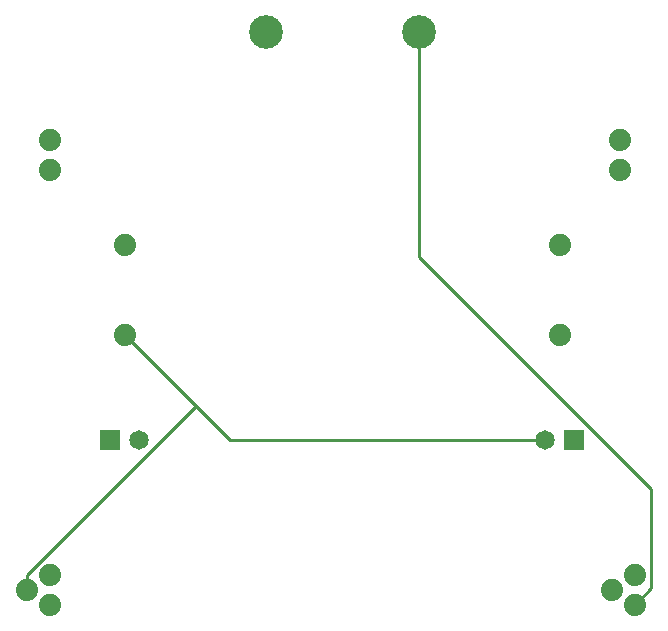
<source format=gbl>
G75*
%MOIN*%
%OFA0B0*%
%FSLAX25Y25*%
%IPPOS*%
%LPD*%
%AMOC8*
5,1,8,0,0,1.08239X$1,22.5*
%
%ADD10C,0.11250*%
%ADD11C,0.06500*%
%ADD12R,0.06500X0.06500*%
%ADD13C,0.07400*%
%ADD14C,0.01000*%
D10*
X0103000Y0227000D03*
X0154000Y0227000D03*
D11*
X0196079Y0091000D03*
X0060921Y0091000D03*
D12*
X0051079Y0091000D03*
X0205921Y0091000D03*
D13*
X0031000Y0036000D03*
X0023500Y0041000D03*
X0031000Y0046000D03*
X0056000Y0126000D03*
X0056000Y0156000D03*
X0031000Y0181000D03*
X0031000Y0191000D03*
X0201000Y0156000D03*
X0221000Y0181000D03*
X0221000Y0191000D03*
X0201000Y0126000D03*
X0226000Y0046000D03*
X0218500Y0041000D03*
X0226000Y0036000D03*
D14*
X0231500Y0041500D01*
X0231500Y0074500D01*
X0154000Y0152000D01*
X0154000Y0227000D01*
X0056000Y0126000D02*
X0079750Y0102250D01*
X0023500Y0046000D01*
X0023500Y0041000D01*
X0079750Y0102250D02*
X0091000Y0091000D01*
X0196079Y0091000D01*
M02*

</source>
